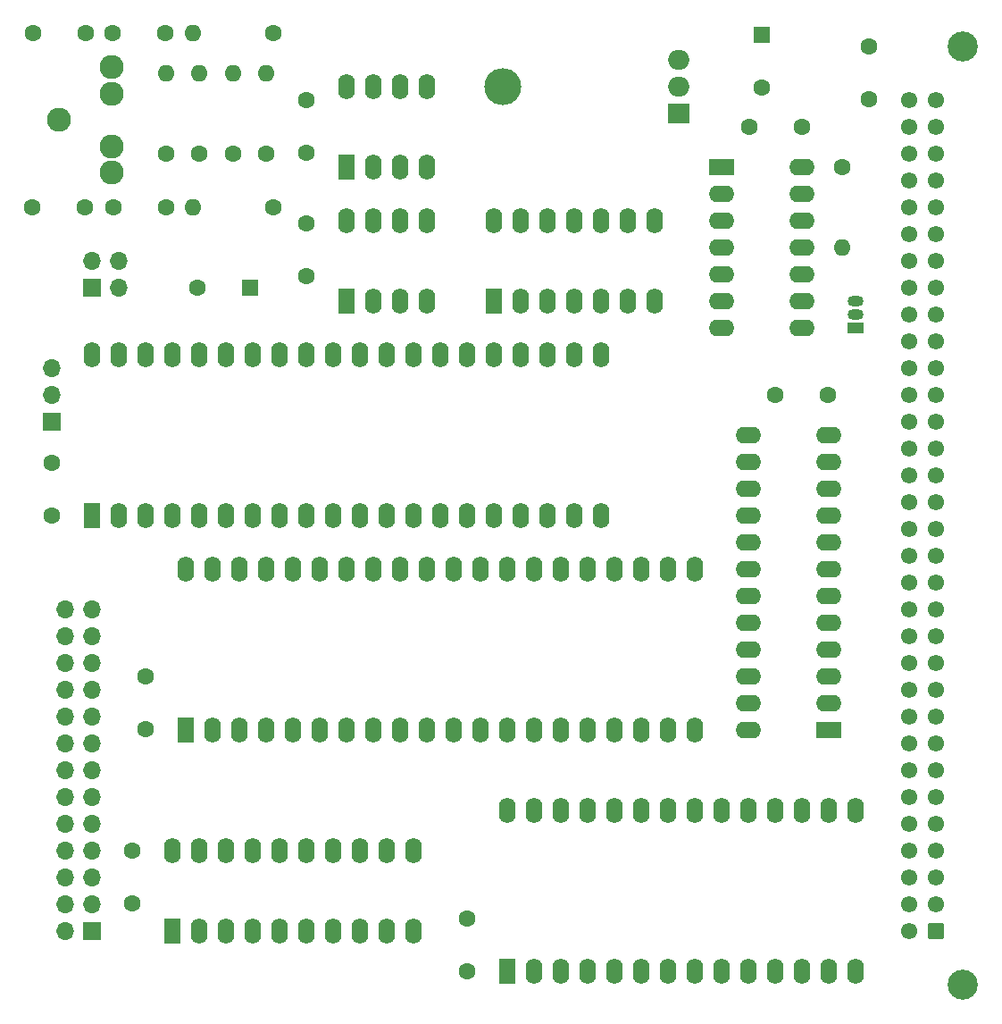
<source format=gbr>
%TF.GenerationSoftware,KiCad,Pcbnew,8.0.6+1*%
%TF.CreationDate,2024-11-13T12:36:37+01:00*%
%TF.ProjectId,QL_Qsound2,514c5f51-736f-4756-9e64-322e6b696361,2*%
%TF.SameCoordinates,Original*%
%TF.FileFunction,Soldermask,Bot*%
%TF.FilePolarity,Negative*%
%FSLAX46Y46*%
G04 Gerber Fmt 4.6, Leading zero omitted, Abs format (unit mm)*
G04 Created by KiCad (PCBNEW 8.0.6+1) date 2024-11-13 12:36:37*
%MOMM*%
%LPD*%
G01*
G04 APERTURE LIST*
G04 Aperture macros list*
%AMRoundRect*
0 Rectangle with rounded corners*
0 $1 Rounding radius*
0 $2 $3 $4 $5 $6 $7 $8 $9 X,Y pos of 4 corners*
0 Add a 4 corners polygon primitive as box body*
4,1,4,$2,$3,$4,$5,$6,$7,$8,$9,$2,$3,0*
0 Add four circle primitives for the rounded corners*
1,1,$1+$1,$2,$3*
1,1,$1+$1,$4,$5*
1,1,$1+$1,$6,$7*
1,1,$1+$1,$8,$9*
0 Add four rect primitives between the rounded corners*
20,1,$1+$1,$2,$3,$4,$5,0*
20,1,$1+$1,$4,$5,$6,$7,0*
20,1,$1+$1,$6,$7,$8,$9,0*
20,1,$1+$1,$8,$9,$2,$3,0*%
G04 Aperture macros list end*
%ADD10R,1.600000X2.400000*%
%ADD11O,1.600000X2.400000*%
%ADD12C,1.600000*%
%ADD13R,1.500000X1.050000*%
%ADD14O,1.500000X1.050000*%
%ADD15O,1.600000X1.600000*%
%ADD16R,1.700000X1.700000*%
%ADD17O,1.700000X1.700000*%
%ADD18C,2.286000*%
%ADD19R,1.600000X1.600000*%
%ADD20R,2.400000X1.600000*%
%ADD21O,2.400000X1.600000*%
%ADD22O,3.500000X3.500000*%
%ADD23R,2.000000X1.905000*%
%ADD24O,2.000000X1.905000*%
%ADD25C,2.850000*%
%ADD26RoundRect,0.249999X0.525001X-0.525001X0.525001X0.525001X-0.525001X0.525001X-0.525001X-0.525001X0*%
%ADD27C,1.550000*%
G04 APERTURE END LIST*
D10*
%TO.C,U9*%
X134620000Y-72390000D03*
D11*
X137160000Y-72390000D03*
X139700000Y-72390000D03*
X142240000Y-72390000D03*
X142240000Y-64770000D03*
X139700000Y-64770000D03*
X137160000Y-64770000D03*
X134620000Y-64770000D03*
%TD*%
D10*
%TO.C,U7*%
X110490000Y-92710000D03*
D11*
X113030000Y-92710000D03*
X115570000Y-92710000D03*
X118110000Y-92710000D03*
X120650000Y-92710000D03*
X123190000Y-92710000D03*
X125730000Y-92710000D03*
X128270000Y-92710000D03*
X130810000Y-92710000D03*
X133350000Y-92710000D03*
X135890000Y-92710000D03*
X138430000Y-92710000D03*
X140970000Y-92710000D03*
X143510000Y-92710000D03*
X146050000Y-92710000D03*
X148590000Y-92710000D03*
X151130000Y-92710000D03*
X153670000Y-92710000D03*
X156210000Y-92710000D03*
X158750000Y-92710000D03*
X158750000Y-77470000D03*
X156210000Y-77470000D03*
X153670000Y-77470000D03*
X151130000Y-77470000D03*
X148590000Y-77470000D03*
X146050000Y-77470000D03*
X143510000Y-77470000D03*
X140970000Y-77470000D03*
X138430000Y-77470000D03*
X135890000Y-77470000D03*
X133350000Y-77470000D03*
X130810000Y-77470000D03*
X128270000Y-77470000D03*
X125730000Y-77470000D03*
X123190000Y-77470000D03*
X120650000Y-77470000D03*
X118110000Y-77470000D03*
X115570000Y-77470000D03*
X113030000Y-77470000D03*
X110490000Y-77470000D03*
%TD*%
D12*
%TO.C,C1*%
X184150000Y-53300000D03*
X184150000Y-48300000D03*
%TD*%
%TO.C,C6*%
X180260000Y-81280000D03*
X175260000Y-81280000D03*
%TD*%
%TO.C,C7*%
X106680000Y-87710000D03*
X106680000Y-92710000D03*
%TD*%
D10*
%TO.C,U10*%
X148590000Y-72390000D03*
D11*
X151130000Y-72390000D03*
X153670000Y-72390000D03*
X156210000Y-72390000D03*
X158750000Y-72390000D03*
X161290000Y-72390000D03*
X163830000Y-72390000D03*
X163830000Y-64770000D03*
X161290000Y-64770000D03*
X158750000Y-64770000D03*
X156210000Y-64770000D03*
X153670000Y-64770000D03*
X151130000Y-64770000D03*
X148590000Y-64770000D03*
%TD*%
D13*
%TO.C,Q1*%
X182880000Y-74930000D03*
D14*
X182880000Y-73660000D03*
X182880000Y-72390000D03*
%TD*%
D12*
%TO.C,R2*%
X127635000Y-46990000D03*
D15*
X120015000Y-46990000D03*
%TD*%
D12*
%TO.C,R6*%
X127000000Y-58420000D03*
D15*
X127000000Y-50800000D03*
%TD*%
D10*
%TO.C,U8*%
X118110000Y-132080000D03*
D11*
X120650000Y-132080000D03*
X123190000Y-132080000D03*
X125730000Y-132080000D03*
X128270000Y-132080000D03*
X130810000Y-132080000D03*
X133350000Y-132080000D03*
X135890000Y-132080000D03*
X138430000Y-132080000D03*
X140970000Y-132080000D03*
X140970000Y-124460000D03*
X138430000Y-124460000D03*
X135890000Y-124460000D03*
X133350000Y-124460000D03*
X130810000Y-124460000D03*
X128270000Y-124460000D03*
X125730000Y-124460000D03*
X123190000Y-124460000D03*
X120650000Y-124460000D03*
X118110000Y-124460000D03*
%TD*%
D16*
%TO.C,JP2*%
X110490000Y-71125000D03*
D17*
X110490000Y-68585000D03*
X113030000Y-71125000D03*
X113030000Y-68585000D03*
%TD*%
D10*
%TO.C,U5*%
X134620000Y-59690000D03*
D11*
X137160000Y-59690000D03*
X139700000Y-59690000D03*
X142240000Y-59690000D03*
X142240000Y-52070000D03*
X139700000Y-52070000D03*
X137160000Y-52070000D03*
X134620000Y-52070000D03*
%TD*%
D12*
%TO.C,C8*%
X114300000Y-124500000D03*
X114300000Y-129500000D03*
%TD*%
%TO.C,C14*%
X109815000Y-63500000D03*
X104815000Y-63500000D03*
%TD*%
%TO.C,C2*%
X146050000Y-135890000D03*
X146050000Y-130890000D03*
%TD*%
%TO.C,R5*%
X123825000Y-58420000D03*
D15*
X123825000Y-50800000D03*
%TD*%
D12*
%TO.C,C13*%
X117435000Y-46990000D03*
X112435000Y-46990000D03*
%TD*%
%TO.C,R1*%
X181610000Y-59690000D03*
D15*
X181610000Y-67310000D03*
%TD*%
D18*
%TO.C,J2*%
X107315000Y-55245000D03*
X112315000Y-50245000D03*
X112315000Y-52745000D03*
X112315000Y-60245000D03*
X112315000Y-57745000D03*
%TD*%
D12*
%TO.C,R4*%
X120650000Y-58420000D03*
D15*
X120650000Y-50800000D03*
%TD*%
D12*
%TO.C,C9*%
X130810000Y-53380000D03*
X130810000Y-58380000D03*
%TD*%
%TO.C,R3*%
X117475000Y-58420000D03*
D15*
X117475000Y-50800000D03*
%TD*%
D16*
%TO.C,J3*%
X110490000Y-132080000D03*
D17*
X107950000Y-132080000D03*
X110490000Y-129540000D03*
X107950000Y-129540000D03*
X110490000Y-127000000D03*
X107950000Y-127000000D03*
X110490000Y-124460000D03*
X107950000Y-124460000D03*
X110490000Y-121920000D03*
X107950000Y-121920000D03*
X110490000Y-119380000D03*
X107950000Y-119380000D03*
X110490000Y-116840000D03*
X107950000Y-116840000D03*
X110490000Y-114300000D03*
X107950000Y-114300000D03*
X110490000Y-111760000D03*
X107950000Y-111760000D03*
X110490000Y-109220000D03*
X107950000Y-109220000D03*
X110490000Y-106680000D03*
X107950000Y-106680000D03*
X110490000Y-104140000D03*
X107950000Y-104140000D03*
X110490000Y-101600000D03*
X107950000Y-101600000D03*
%TD*%
D12*
%TO.C,C4*%
X115570000Y-107950000D03*
X115570000Y-112950000D03*
%TD*%
D19*
%TO.C,C11*%
X125476000Y-71120000D03*
D12*
X120476000Y-71120000D03*
%TD*%
D20*
%TO.C,U3*%
X170170000Y-59685000D03*
D21*
X170170000Y-62225000D03*
X170170000Y-64765000D03*
X170170000Y-67305000D03*
X170170000Y-69845000D03*
X170170000Y-72385000D03*
X170170000Y-74925000D03*
X177790000Y-74925000D03*
X177790000Y-72385000D03*
X177790000Y-69845000D03*
X177790000Y-67305000D03*
X177790000Y-64765000D03*
X177790000Y-62225000D03*
X177790000Y-59685000D03*
%TD*%
D12*
%TO.C,C15*%
X117475000Y-63500000D03*
X112475000Y-63500000D03*
%TD*%
D19*
%TO.C,C10*%
X173990000Y-47127349D03*
D12*
X173990000Y-52127349D03*
%TD*%
%TO.C,R7*%
X127635000Y-63500000D03*
D15*
X120015000Y-63500000D03*
%TD*%
D16*
%TO.C,JP1*%
X106680000Y-83805000D03*
D17*
X106680000Y-81265000D03*
X106680000Y-78725000D03*
%TD*%
D22*
%TO.C,U1*%
X149415000Y-52070000D03*
D23*
X166075000Y-54610000D03*
D24*
X166075000Y-52070000D03*
X166075000Y-49530000D03*
%TD*%
D12*
%TO.C,C12*%
X109855000Y-46990000D03*
X104855000Y-46990000D03*
%TD*%
%TO.C,C3*%
X177760000Y-55880000D03*
X172760000Y-55880000D03*
%TD*%
D20*
%TO.C,U6*%
X180340000Y-113030000D03*
D21*
X180340000Y-110490000D03*
X180340000Y-107950000D03*
X180340000Y-105410000D03*
X180340000Y-102870000D03*
X180340000Y-100330000D03*
X180340000Y-97790000D03*
X180340000Y-95250000D03*
X180340000Y-92710000D03*
X180340000Y-90170000D03*
X180340000Y-87630000D03*
X180340000Y-85090000D03*
X172720000Y-85090000D03*
X172720000Y-87630000D03*
X172720000Y-90170000D03*
X172720000Y-92710000D03*
X172720000Y-95250000D03*
X172720000Y-97790000D03*
X172720000Y-100330000D03*
X172720000Y-102870000D03*
X172720000Y-105410000D03*
X172720000Y-107950000D03*
X172720000Y-110490000D03*
X172720000Y-113030000D03*
%TD*%
D25*
%TO.C,J1*%
X193040000Y-48260000D03*
X193040000Y-137160000D03*
D26*
X190500000Y-132080000D03*
D27*
X190500000Y-129540000D03*
X190500000Y-127000000D03*
X190500000Y-124460000D03*
X190500000Y-121920000D03*
X190500000Y-119380000D03*
X190500000Y-116840000D03*
X190500000Y-114300000D03*
X190500000Y-111760000D03*
X190500000Y-109220000D03*
X190500000Y-106680000D03*
X190500000Y-104140000D03*
X190500000Y-101600000D03*
X190500000Y-99060000D03*
X190500000Y-96520000D03*
X190500000Y-93980000D03*
X190500000Y-91440000D03*
X190500000Y-88900000D03*
X190500000Y-86360000D03*
X190500000Y-83820000D03*
X190500000Y-81280000D03*
X190500000Y-78740000D03*
X190500000Y-76200000D03*
X190500000Y-73660000D03*
X190500000Y-71120000D03*
X190500000Y-68580000D03*
X190500000Y-66040000D03*
X190500000Y-63500000D03*
X190500000Y-60960000D03*
X190500000Y-58420000D03*
X190500000Y-55880000D03*
X190500000Y-53340000D03*
X187960000Y-132080000D03*
X187960000Y-129540000D03*
X187960000Y-127000000D03*
X187960000Y-124460000D03*
X187960000Y-121920000D03*
X187960000Y-119380000D03*
X187960000Y-116840000D03*
X187960000Y-114300000D03*
X187960000Y-111760000D03*
X187960000Y-109220000D03*
X187960000Y-106680000D03*
X187960000Y-104140000D03*
X187960000Y-101600000D03*
X187960000Y-99060000D03*
X187960000Y-96520000D03*
X187960000Y-93980000D03*
X187960000Y-91440000D03*
X187960000Y-88900000D03*
X187960000Y-86360000D03*
X187960000Y-83820000D03*
X187960000Y-81280000D03*
X187960000Y-78740000D03*
X187960000Y-76200000D03*
X187960000Y-73660000D03*
X187960000Y-71120000D03*
X187960000Y-68580000D03*
X187960000Y-66040000D03*
X187960000Y-63500000D03*
X187960000Y-60960000D03*
X187960000Y-58420000D03*
X187960000Y-55880000D03*
X187960000Y-53340000D03*
%TD*%
D10*
%TO.C,U2*%
X149860000Y-135890000D03*
D11*
X152400000Y-135890000D03*
X154940000Y-135890000D03*
X157480000Y-135890000D03*
X160020000Y-135890000D03*
X162560000Y-135890000D03*
X165100000Y-135890000D03*
X167640000Y-135890000D03*
X170180000Y-135890000D03*
X172720000Y-135890000D03*
X175260000Y-135890000D03*
X177800000Y-135890000D03*
X180340000Y-135890000D03*
X182880000Y-135890000D03*
X182880000Y-120650000D03*
X180340000Y-120650000D03*
X177800000Y-120650000D03*
X175260000Y-120650000D03*
X172720000Y-120650000D03*
X170180000Y-120650000D03*
X167640000Y-120650000D03*
X165100000Y-120650000D03*
X162560000Y-120650000D03*
X160020000Y-120650000D03*
X157480000Y-120650000D03*
X154940000Y-120650000D03*
X152400000Y-120650000D03*
X149860000Y-120650000D03*
%TD*%
D12*
%TO.C,C5*%
X130810000Y-70024000D03*
X130810000Y-65024000D03*
%TD*%
D10*
%TO.C,U4*%
X119385000Y-113010000D03*
D11*
X121925000Y-113010000D03*
X124465000Y-113010000D03*
X127005000Y-113010000D03*
X129545000Y-113010000D03*
X132085000Y-113010000D03*
X134625000Y-113010000D03*
X137165000Y-113010000D03*
X139705000Y-113010000D03*
X142245000Y-113010000D03*
X144785000Y-113010000D03*
X147325000Y-113010000D03*
X149865000Y-113010000D03*
X152405000Y-113010000D03*
X154945000Y-113010000D03*
X157485000Y-113010000D03*
X160025000Y-113010000D03*
X162565000Y-113010000D03*
X165105000Y-113010000D03*
X167645000Y-113010000D03*
X167645000Y-97770000D03*
X165105000Y-97770000D03*
X162565000Y-97770000D03*
X160025000Y-97770000D03*
X157485000Y-97770000D03*
X154945000Y-97770000D03*
X152405000Y-97770000D03*
X149865000Y-97770000D03*
X147325000Y-97770000D03*
X144785000Y-97770000D03*
X142245000Y-97770000D03*
X139705000Y-97770000D03*
X137165000Y-97770000D03*
X134625000Y-97770000D03*
X132085000Y-97770000D03*
X129545000Y-97770000D03*
X127005000Y-97770000D03*
X124465000Y-97770000D03*
X121925000Y-97770000D03*
X119385000Y-97770000D03*
%TD*%
M02*

</source>
